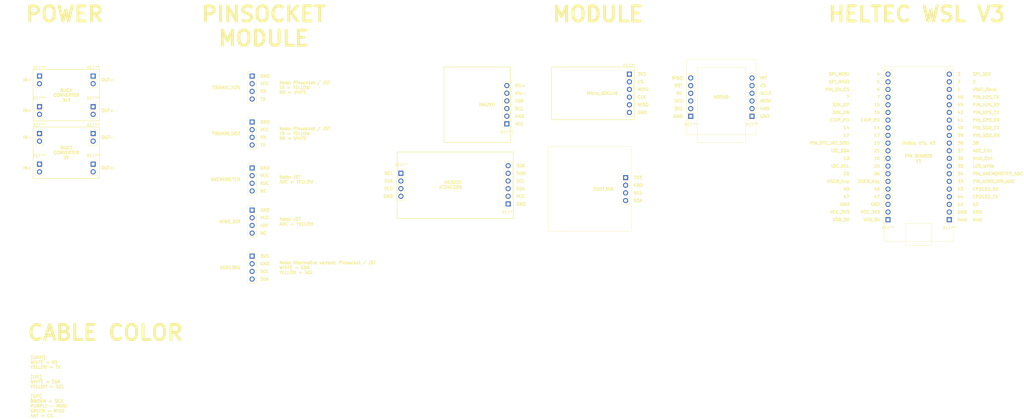
<source format=kicad_pcb>
(kicad_pcb (version 20241229) (generator "pcbnew") (generator_version "9.0")
  (layers (0 "F.Cu" signal) (2 "B.Cu" signal) (13 "F.Paste" user) (15 "B.Paste" user) (5 "F.SilkS" user "F.Silkscreen") (7 "B.SilkS" user "B.Silkscreen") (1 "F.Mask" user) (3 "B.Mask" user) (25 "Edge.Cuts" user))
  (net 0 "")
  (footprint "Connector_PinSocket_2.54mm:PinSocket_1x06_P2.54mm_Vertical" (layer "F.Cu") (at 94.615 140.31 180)
    (property "Reference" "REF**" (at 0 -2.77 0) (layer "F.SilkS"))
    (property "Value" "PinSocket_1x06_P2.54mm_Vertical")
    (fp_line (start 1.33 1.27) (end 1.33 14.03) (stroke (width 0.12)) (layer "F.SilkS") (net 60120000))
    (fp_line (start 1.33 -1.33) (end 1.33 0) (stroke (width 0.12)) (layer "F.SilkS") (net 60120000))
    (fp_line (start 0 -1.33) (end 1.33 -1.33) (stroke (width 0.12)) (layer "F.SilkS") (net 60120000))
    (fp_line (start -1.33 14.03) (end 1.33 14.03) (stroke (width 0.12)) (layer "F.SilkS") (net 60120000))
    (fp_line (start -1.33 1.27) (end 1.33 1.27) (stroke (width 0.12)) (layer "F.SilkS") (net 60120000))
    (fp_line (start -1.33 1.27) (end -1.33 14.03) (stroke (width 0.12)) (layer "F.SilkS") (net 60120000))
    (pad "1" thru_hole rect (at 0 0 180) (size 1.7 1.7) (drill 1) (layers "*.Cu" "*.Mask"))
    (pad "2" thru_hole circle (at 0 2.54 180) (size 1.7 1.7) (drill 1) (layers "*.Cu" "*.Mask"))
    (pad "3" thru_hole circle (at 0 5.08 180) (size 1.7 1.7) (drill 1) (layers "*.Cu" "*.Mask"))
    (pad "4" thru_hole circle (at 0 7.62 180) (size 1.7 1.7) (drill 1) (layers "*.Cu" "*.Mask"))
    (pad "5" thru_hole circle (at 0 10.16 180) (size 1.7 1.7) (drill 1) (layers "*.Cu" "*.Mask"))
    (pad "6" thru_hole circle (at 0 12.7 180) (size 1.7 1.7) (drill 1) (layers "*.Cu" "*.Mask"))
  )
  (footprint "Connector_PinSocket_2.54mm:PinSocket_1x20_P2.54mm_Vertical" (layer "F.Cu") (at 241.3 172.085 180)
    (property "Reference" "REF**" (at 0 -2.77 0) (layer "F.SilkS"))
    (property "Value" "PinSocket_1x20_P2.54mm_Vertical")
    (fp_line (start 1.33 1.27) (end 1.33 49.59) (stroke (width 0.12)) (layer "F.SilkS"))
    (fp_line (start 1.33 -1.33) (end 1.33 0) (stroke (width 0.12)) (layer "F.SilkS"))
    (fp_line (start 0 -1.33) (end 1.33 -1.33) (stroke (width 0.12)) (layer "F.SilkS"))
    (fp_line (start -1.33 49.59) (end 1.33 49.59) (stroke (width 0.12)) (layer "F.SilkS"))
    (fp_line (start -1.33 1.27) (end 1.33 1.27) (stroke (width 0.12)) (layer "F.SilkS"))
    (fp_line (start -1.33 1.27) (end -1.33 49.59) (stroke (width 0.12)) (layer "F.SilkS"))
    (pad "1" thru_hole rect (at 0 0 180) (size 1.7 1.7) (drill 1) (layers "*.Cu" "*.Mask"))
    (pad "2" thru_hole circle (at 0 2.54 180) (size 1.7 1.7) (drill 1) (layers "*.Cu" "*.Mask"))
    (pad "3" thru_hole circle (at 0 5.08 180) (size 1.7 1.7) (drill 1) (layers "*.Cu" "*.Mask"))
    (pad "4" thru_hole circle (at 0 7.62 180) (size 1.7 1.7) (drill 1) (layers "*.Cu" "*.Mask"))
    (pad "5" thru_hole circle (at 0 10.16 180) (size 1.7 1.7) (drill 1) (layers "*.Cu" "*.Mask"))
    (pad "6" thru_hole circle (at 0 12.7 180) (size 1.7 1.7) (drill 1) (layers "*.Cu" "*.Mask"))
    (pad "7" thru_hole circle (at 0 15.24 180) (size 1.7 1.7) (drill 1) (layers "*.Cu" "*.Mask"))
    (pad "8" thru_hole circle (at 0 17.78 180) (size 1.7 1.7) (drill 1) (layers "*.Cu" "*.Mask"))
    (pad "9" thru_hole circle (at 0 20.32 180) (size 1.7 1.7) (drill 1) (layers "*.Cu" "*.Mask"))
    (pad "10" thru_hole circle (at 0 22.86 180) (size 1.7 1.7) (drill 1) (layers "*.Cu" "*.Mask"))
    (pad "11" thru_hole circle (at 0 25.4 180) (size 1.7 1.7) (drill 1) (layers "*.Cu" "*.Mask"))
    (pad "12" thru_hole circle (at 0 27.94 180) (size 1.7 1.7) (drill 1) (layers "*.Cu" "*.Mask"))
    (pad "13" thru_hole circle (at 0 30.48 180) (size 1.7 1.7) (drill 1) (layers "*.Cu" "*.Mask"))
    (pad "14" thru_hole circle (at 0 33.02 180) (size 1.7 1.7) (drill 1) (layers "*.Cu" "*.Mask"))
    (pad "15" thru_hole circle (at 0 35.56 180) (size 1.7 1.7) (drill 1) (layers "*.Cu" "*.Mask"))
    (pad "16" thru_hole circle (at 0 38.1 180) (size 1.7 1.7) (drill 1) (layers "*.Cu" "*.Mask"))
    (pad "17" thru_hole circle (at 0 40.64 180) (size 1.7 1.7) (drill 1) (layers "*.Cu" "*.Mask"))
    (pad "18" thru_hole circle (at 0 43.18 180) (size 1.7 1.7) (drill 1) (layers "*.Cu" "*.Mask"))
    (pad "19" thru_hole circle (at 0 45.72 180) (size 1.7 1.7) (drill 1) (layers "*.Cu" "*.Mask"))
    (pad "20" thru_hole circle (at 0 48.26 180) (size 1.7 1.7) (drill 1) (layers "*.Cu" "*.Mask"))
  )
  (footprint "Connector_PinHeader_2.54mm:PinHeader_1x04_P2.54mm_Vertical" (layer "F.Cu") (at 10.16 154.94)
    (property "Reference" "REF**" (hide yes))
    (property "Value" "PinHeader_1x04_P2.54mm_Vertical")
    (fp_line (start -1.38 -1.38) (end 0 -1.38) (stroke (width 0.12)) (layer "F.SilkS"))
    (fp_line (start -1.38 0) (end -1.38 -1.38) (stroke (width 0.12)) (layer "F.SilkS"))
    (fp_line (start -1.38 1.27) (end -1.38 9) (stroke (width 0.12)) (layer "F.SilkS"))
    (fp_line (start -1.38 1.27) (end 1.38 1.27) (stroke (width 0.12)) (layer "F.SilkS"))
    (fp_line (start -1.38 9) (end 1.38 9) (stroke (width 0.12)) (layer "F.SilkS"))
    (fp_line (start 1.38 1.27) (end 1.38 9) (stroke (width 0.12)) (layer "F.SilkS"))
    (pad "1" thru_hole rect (at 0 0) (size 1.7 1.7) (drill 1) (layers "*.Cu" "*.Mask"))
    (pad "2" thru_hole circle (at 0 2.54) (size 1.7 1.7) (drill 1) (layers "*.Cu" "*.Mask"))
    (pad "3" thru_hole circle (at 0 5.08) (size 1.7 1.7) (drill 1) (layers "*.Cu" "*.Mask"))
    (pad "4" thru_hole circle (at 0 7.62) (size 1.7 1.7) (drill 1) (layers "*.Cu" "*.Mask"))
  )
  (footprint "Connector_PinSocket_2.54mm:PinSocket_1x20_P2.54mm_Vertical" (layer "F.Cu") (at 220.98 172.085 180)
    (property "Reference" "REF**" (at 0 -2.77 0) (layer "F.SilkS"))
    (property "Value" "PinSocket_1x20_P2.54mm_Vertical")
    (fp_line (start 1.33 1.27) (end 1.33 49.59) (stroke (width 0.12)) (layer "F.SilkS"))
    (fp_line (start 1.33 -1.33) (end 1.33 0) (stroke (width 0.12)) (layer "F.SilkS"))
    (fp_line (start 0 -1.33) (end 1.33 -1.33) (stroke (width 0.12)) (layer "F.SilkS"))
    (fp_line (start -1.33 49.59) (end 1.33 49.59) (stroke (width 0.12)) (layer "F.SilkS"))
    (fp_line (start -1.33 1.27) (end 1.33 1.27) (stroke (width 0.12)) (layer "F.SilkS"))
    (fp_line (start -1.33 1.27) (end -1.33 49.59) (stroke (width 0.12)) (layer "F.SilkS"))
    (pad "1" thru_hole rect (at 0 0 180) (size 1.7 1.7) (drill 1) (layers "*.Cu" "*.Mask"))
    (pad "2" thru_hole circle (at 0 2.54 180) (size 1.7 1.7) (drill 1) (layers "*.Cu" "*.Mask"))
    (pad "3" thru_hole circle (at 0 5.08 180) (size 1.7 1.7) (drill 1) (layers "*.Cu" "*.Mask"))
    (pad "4" thru_hole circle (at 0 7.62 180) (size 1.7 1.7) (drill 1) (layers "*.Cu" "*.Mask"))
    (pad "5" thru_hole circle (at 0 10.16 180) (size 1.7 1.7) (drill 1) (layers "*.Cu" "*.Mask"))
    (pad "6" thru_hole circle (at 0 12.7 180) (size 1.7 1.7) (drill 1) (layers "*.Cu" "*.Mask"))
    (pad "7" thru_hole circle (at 0 15.24 180) (size 1.7 1.7) (drill 1) (layers "*.Cu" "*.Mask"))
    (pad "8" thru_hole circle (at 0 17.78 180) (size 1.7 1.7) (drill 1) (layers "*.Cu" "*.Mask"))
    (pad "9" thru_hole circle (at 0 20.32 180) (size 1.7 1.7) (drill 1) (layers "*.Cu" "*.Mask"))
    (pad "10" thru_hole circle (at 0 22.86 180) (size 1.7 1.7) (drill 1) (layers "*.Cu" "*.Mask"))
    (pad "11" thru_hole circle (at 0 25.4 180) (size 1.7 1.7) (drill 1) (layers "*.Cu" "*.Mask"))
    (pad "12" thru_hole circle (at 0 27.94 180) (size 1.7 1.7) (drill 1) (layers "*.Cu" "*.Mask"))
    (pad "13" thru_hole circle (at 0 30.48 180) (size 1.7 1.7) (drill 1) (layers "*.Cu" "*.Mask"))
    (pad "14" thru_hole circle (at 0 33.02 180) (size 1.7 1.7) (drill 1) (layers "*.Cu" "*.Mask"))
    (pad "15" thru_hole circle (at 0 35.56 180) (size 1.7 1.7) (drill 1) (layers "*.Cu" "*.Mask"))
    (pad "16" thru_hole circle (at 0 38.1 180) (size 1.7 1.7) (drill 1) (layers "*.Cu" "*.Mask"))
    (pad "17" thru_hole circle (at 0 40.64 180) (size 1.7 1.7) (drill 1) (layers "*.Cu" "*.Mask"))
    (pad "18" thru_hole circle (at 0 43.18 180) (size 1.7 1.7) (drill 1) (layers "*.Cu" "*.Mask"))
    (pad "19" thru_hole circle (at 0 45.72 180) (size 1.7 1.7) (drill 1) (layers "*.Cu" "*.Mask"))
    (pad "20" thru_hole circle (at 0 48.26 180) (size 1.7 1.7) (drill 1) (layers "*.Cu" "*.Mask"))
  )
  (footprint "Connector_PinSocket_2.54mm:PinSocket_1x04_P2.54mm_Vertical" (layer "F.Cu") (at 59.485 156.705)
    (property "Reference" "REF**" (at 0 -2.77 0) (layer "F.SilkS"))
    (property "Value" "PinSocket_1x04_P2.54mm_Vertical")
    (fp_line (start -1.33 1.27) (end -1.33 8.95) (stroke (width 0.12)) (layer "F.SilkS"))
    (fp_line (start -1.33 1.27) (end 1.33 1.27) (stroke (width 0.12)) (layer "F.SilkS"))
    (fp_line (start -1.33 8.95) (end 1.33 8.95) (stroke (width 0.12)) (layer "F.SilkS"))
    (fp_line (start 0 -1.33) (end 1.33 -1.33) (stroke (width 0.12)) (layer "F.SilkS"))
    (fp_line (start 1.33 -1.33) (end 1.33 0) (stroke (width 0.12)) (layer "F.SilkS"))
    (fp_line (start 1.33 1.27) (end 1.33 8.95) (stroke (width 0.12)) (layer "F.SilkS"))
    (pad "1" thru_hole rect (at 0 0) (size 1.7 1.7) (drill 1) (layers "*.Cu" "*.Mask"))
    (pad "2" thru_hole circle (at 0 2.54) (size 1.7 1.7) (drill 1) (layers "*.Cu" "*.Mask"))
    (pad "3" thru_hole circle (at 0 5.08) (size 1.7 1.7) (drill 1) (layers "*.Cu" "*.Mask"))
    (pad "4" thru_hole circle (at 0 7.62) (size 1.7 1.7) (drill 1) (layers "*.Cu" "*.Mask"))
  )
  (footprint "Connector_PinSocket_2.54mm:PinSocket_1x06_P2.54mm_Vertical" (layer "F.Cu") (at 135.255 123.825)
    (property "Reference" "REF**" (at 0 -2.77 0) (layer "F.SilkS"))
    (property "Value" "PinSocket_1x06_P2.54mm_Vertical")
    (fp_line (start -1.33 1.27) (end -1.33 14.03) (stroke (width 0.12)) (layer "F.SilkS"))
    (fp_line (start -1.33 1.27) (end 1.33 1.27) (stroke (width 0.12)) (layer "F.SilkS"))
    (fp_line (start -1.33 14.03) (end 1.33 14.03) (stroke (width 0.12)) (layer "F.SilkS"))
    (fp_line (start 0 -1.33) (end 1.33 -1.33) (stroke (width 0.12)) (layer "F.SilkS"))
    (fp_line (start 1.33 -1.33) (end 1.33 0) (stroke (width 0.12)) (layer "F.SilkS"))
    (fp_line (start 1.33 1.27) (end 1.33 14.03) (stroke (width 0.12)) (layer "F.SilkS"))
    (pad "1" thru_hole rect (at 0 0) (size 1.7 1.7) (drill 1) (layers "*.Cu" "*.Mask"))
    (pad "2" thru_hole circle (at 0 2.54) (size 1.7 1.7) (drill 1) (layers "*.Cu" "*.Mask"))
    (pad "3" thru_hole circle (at 0 5.08) (size 1.7 1.7) (drill 1) (layers "*.Cu" "*.Mask"))
    (pad "4" thru_hole circle (at 0 7.62) (size 1.7 1.7) (drill 1) (layers "*.Cu" "*.Mask"))
    (pad "5" thru_hole circle (at 0 10.16) (size 1.7 1.7) (drill 1) (layers "*.Cu" "*.Mask"))
    (pad "6" thru_hole circle (at 0 12.7) (size 1.7 1.7) (drill 1) (layers "*.Cu" "*.Mask"))
  )
  (footprint "Connector_PinSocket_2.54mm:PinSocket_1x06_P2.54mm_Vertical" (layer "F.Cu") (at 95.045 166.865 180)
    (property "Reference" "REF**" (at 0 -2.77 0) (layer "F.SilkS"))
    (property "Value" "PinSocket_1x06_P2.54mm_Vertical")
    (fp_line (start 1.33 1.27) (end 1.33 14.03) (stroke (width 0.12)) (layer "F.SilkS") (net 50))
    (fp_line (start 1.33 -1.33) (end 1.33 0) (stroke (width 0.12)) (layer "F.SilkS") (net 50))
    (fp_line (start 0 -1.33) (end 1.33 -1.33) (stroke (width 0.12)) (layer "F.SilkS") (net 50))
    (fp_line (start -1.33 14.03) (end 1.33 14.03) (stroke (width 0.12)) (layer "F.SilkS") (net 50))
    (fp_line (start -1.33 1.27) (end 1.33 1.27) (stroke (width 0.12)) (layer "F.SilkS") (net 50))
    (fp_line (start -1.33 1.27) (end -1.33 14.03) (stroke (width 0.12)) (layer "F.SilkS") (net 50))
    (pad "1" thru_hole rect (at 0 0 180) (size 1.7 1.7) (drill 1) (layers "*.Cu" "*.Mask"))
    (pad "2" thru_hole circle (at 0 2.54 180) (size 1.7 1.7) (drill 1) (layers "*.Cu" "*.Mask"))
    (pad "3" thru_hole circle (at 0 5.08 180) (size 1.7 1.7) (drill 1) (layers "*.Cu" "*.Mask"))
    (pad "4" thru_hole circle (at 0 7.62 180) (size 1.7 1.7) (drill 1) (layers "*.Cu" "*.Mask"))
    (pad "5" thru_hole circle (at 0 10.16 180) (size 1.7 1.7) (drill 1) (layers "*.Cu" "*.Mask"))
    (pad "6" thru_hole circle (at 0 12.7 180) (size 1.7 1.7) (drill 1) (layers "*.Cu" "*.Mask"))
  )
  (footprint "Connector_PinHeader_2.54mm:PinHeader_1x04_P2.54mm_Vertical" (layer "F.Cu") (at 10.16 139.7)
    (property "Reference" "REF**" (hide yes))
    (property "Value" "PinHeader_1x04_P2.54mm_Vertical")
    (fp_line (start -1.38 -1.38) (end 0 -1.38) (stroke (width 0.12)) (layer "F.SilkS"))
    (fp_line (start -1.38 0) (end -1.38 -1.38) (stroke (width 0.12)) (layer "F.SilkS"))
    (fp_line (start -1.38 1.27) (end -1.38 9) (stroke (width 0.12)) (layer "F.SilkS"))
    (fp_line (start -1.38 1.27) (end 1.38 1.27) (stroke (width 0.12)) (layer "F.SilkS"))
    (fp_line (start -1.38 9) (end 1.38 9) (stroke (width 0.12)) (layer "F.SilkS"))
    (fp_line (start 1.38 1.27) (end 1.38 9) (stroke (width 0.12)) (layer "F.SilkS"))
    (pad "1" thru_hole rect (at 0 0) (size 1.7 1.7) (drill 1) (layers "*.Cu" "*.Mask"))
    (pad "2" thru_hole circle (at 0 2.54) (size 1.7 1.7) (drill 1) (layers "*.Cu" "*.Mask"))
    (pad "3" thru_hole circle (at 0 5.08) (size 1.7 1.7) (drill 1) (layers "*.Cu" "*.Mask"))
    (pad "4" thru_hole circle (at 0 7.62) (size 1.7 1.7) (drill 1) (layers "*.Cu" "*.Mask"))
  )
  (footprint "Connector_PinSocket_2.54mm:PinSocket_1x02_P2.54mm_Vertical" (layer "F.Cu") (at -42.545 153.67)
    (property "Reference" "REF**" (at 0 -2.77 0) (layer "F.SilkS"))
    (property "Value" "PinSocket_1x02_P2.54mm_Vertical")
    (fp_line (start -1.33 1.27) (end -1.33 3.87) (stroke (width 0.12)) (layer "F.SilkS") (net 13))
    (fp_line (start -1.33 1.27) (end 1.33 1.27) (stroke (width 0.12)) (layer "F.SilkS") (net 13))
    (fp_line (start -1.33 3.87) (end 1.33 3.87) (stroke (width 0.12)) (layer "F.SilkS") (net 13))
    (fp_line (start 0 -1.33) (end 1.33 -1.33) (stroke (width 0.12)) (layer "F.SilkS") (net 13))
    (fp_line (start 1.33 -1.33) (end 1.33 0) (stroke (width 0.12)) (layer "F.SilkS") (net 13))
    (fp_line (start 1.33 1.27) (end 1.33 3.87) (stroke (width 0.12)) (layer "F.SilkS") (net 13))
    (pad "1" thru_hole rect (at 0 0) (size 1.7 1.7) (drill 1) (layers "*.Cu" "*.Mask"))
    (pad "2" thru_hole circle (at 0 2.54) (size 1.7 1.7) (drill 1) (layers "*.Cu" "*.Mask"))
  )
  (footprint "Connector_PinSocket_2.54mm:PinSocket_1x02_P2.54mm_Vertical" (layer "F.Cu") (at -60.325 134.62)
    (property "Reference" "REF**" (at 0 -2.77 0) (layer "F.SilkS"))
    (property "Value" "PinSocket_1x02_P2.54mm_Vertical")
    (fp_line (start -1.33 1.27) (end -1.33 3.87) (stroke (width 0.12)) (layer "F.SilkS"))
    (fp_line (start -1.33 1.27) (end 1.33 1.27) (stroke (width 0.12)) (layer "F.SilkS"))
    (fp_line (start -1.33 3.87) (end 1.33 3.87) (stroke (width 0.12)) (layer "F.SilkS"))
    (fp_line (start 0 -1.33) (end 1.33 -1.33) (stroke (width 0.12)) (layer "F.SilkS"))
    (fp_line (start 1.33 -1.33) (end 1.33 0) (stroke (width 0.12)) (layer "F.SilkS"))
    (fp_line (start 1.33 1.27) (end 1.33 3.87) (stroke (width 0.12)) (layer "F.SilkS"))
    (pad "1" thru_hole rect (at 0 0) (size 1.7 1.7) (drill 1) (layers "*.Cu" "*.Mask"))
    (pad "2" thru_hole circle (at 0 2.54) (size 1.7 1.7) (drill 1) (layers "*.Cu" "*.Mask"))
  )
  (footprint "Connector_PinSocket_2.54mm:PinSocket_1x02_P2.54mm_Vertical" (layer "F.Cu") (at -60.325 124.46)
    (property "Reference" "REF**" (at 0 -2.77 0) (layer "F.SilkS"))
    (property "Value" "PinSocket_1x02_P2.54mm_Vertical")
    (fp_line (start -1.33 1.27) (end -1.33 3.87) (stroke (width 0.12)) (layer "F.SilkS"))
    (fp_line (start -1.33 1.27) (end 1.33 1.27) (stroke (width 0.12)) (layer "F.SilkS"))
    (fp_line (start -1.33 3.87) (end 1.33 3.87) (stroke (width 0.12)) (layer "F.SilkS"))
    (fp_line (start 0 -1.33) (end 1.33 -1.33) (stroke (width 0.12)) (layer "F.SilkS"))
    (fp_line (start 1.33 -1.33) (end 1.33 0) (stroke (width 0.12)) (layer "F.SilkS"))
    (fp_line (start 1.33 1.27) (end 1.33 3.87) (stroke (width 0.12)) (layer "F.SilkS"))
    (pad "1" thru_hole rect (at 0 0) (size 1.7 1.7) (drill 1) (layers "*.Cu" "*.Mask"))
    (pad "2" thru_hole circle (at 0 2.54) (size 1.7 1.7) (drill 1) (layers "*.Cu" "*.Mask"))
  )
  (footprint "Connector_PinSocket_2.54mm:PinSocket_1x02_P2.54mm_Vertical" (layer "F.Cu") (at -42.545 143.51)
    (property "Reference" "REF**" (at 0 -2.77 0) (layer "F.SilkS"))
    (property "Value" "PinSocket_1x02_P2.54mm_Vertical")
    (fp_line (start -1.33 1.27) (end -1.33 3.87) (stroke (width 0.12)) (layer "F.SilkS") (net 13))
    (fp_line (start -1.33 1.27) (end 1.33 1.27) (stroke (width 0.12)) (layer "F.SilkS") (net 13))
    (fp_line (start -1.33 3.87) (end 1.33 3.87) (stroke (width 0.12)) (layer "F.SilkS") (net 13))
    (fp_line (start 0 -1.33) (end 1.33 -1.33) (stroke (width 0.12)) (layer "F.SilkS") (net 13))
    (fp_line (start 1.33 -1.33) (end 1.33 0) (stroke (width 0.12)) (layer "F.SilkS") (net 13))
    (fp_line (start 1.33 1.27) (end 1.33 3.87) (stroke (width 0.12)) (layer "F.SilkS") (net 13))
    (pad "1" thru_hole rect (at 0 0) (size 1.7 1.7) (drill 1) (layers "*.Cu" "*.Mask"))
    (pad "2" thru_hole circle (at 0 2.54) (size 1.7 1.7) (drill 1) (layers "*.Cu" "*.Mask"))
  )
  (footprint "Connector_PinHeader_2.54mm:PinHeader_1x04_P2.54mm_Vertical" (layer "F.Cu") (at 133.985 158.115)
    (property "Reference" "REF**" (hide yes))
    (property "Value" "PinHeader_1x04_P2.54mm_Vertical")
    (fp_line (start -1.38 -1.38) (end 0 -1.38) (stroke (width 0.12)) (layer "F.SilkS"))
    (fp_line (start -1.38 0) (end -1.38 -1.38) (stroke (width 0.12)) (layer "F.SilkS"))
    (fp_line (start -1.38 1.27) (end -1.38 9) (stroke (width 0.12)) (layer "F.SilkS"))
    (fp_line (start -1.38 1.27) (end 1.38 1.27) (stroke (width 0.12)) (layer "F.SilkS"))
    (fp_line (start -1.38 9) (end 1.38 9) (stroke (width 0.12)) (layer "F.SilkS"))
    (fp_line (start 1.38 1.27) (end 1.38 9) (stroke (width 0.12)) (layer "F.SilkS"))
    (pad "1" thru_hole rect (at 0 0) (size 1.7 1.7) (drill 1) (layers "*.Cu" "*.Mask"))
    (pad "2" thru_hole circle (at 0 2.54) (size 1.7 1.7) (drill 1) (layers "*.Cu" "*.Mask"))
    (pad "3" thru_hole circle (at 0 5.08) (size 1.7 1.7) (drill 1) (layers "*.Cu" "*.Mask"))
    (pad "4" thru_hole circle (at 0 7.62) (size 1.7 1.7) (drill 1) (layers "*.Cu" "*.Mask"))
  )
  (footprint "Connector_PinHeader_2.54mm:PinHeader_1x04_P2.54mm_Vertical" (layer "F.Cu") (at 10.16 124.46)
    (property "Reference" "REF**" (hide yes))
    (property "Value" "PinHeader_1x04_P2.54mm_Vertical")
    (fp_line (start -1.38 -1.38) (end 0 -1.38) (stroke (width 0.12)) (layer "F.SilkS"))
    (fp_line (start -1.38 0) (end -1.38 -1.38) (stroke (width 0.12)) (layer "F.SilkS"))
    (fp_line (start -1.38 1.27) (end -1.38 9) (stroke (width 0.12)) (layer "F.SilkS"))
    (fp_line (start -1.38 1.27) (end 1.38 1.27) (stroke (width 0.12)) (layer "F.SilkS"))
    (fp_line (start -1.38 9) (end 1.38 9) (stroke (width 0.12)) (layer "F.SilkS"))
    (fp_line (start 1.38 1.27) (end 1.38 9) (stroke (width 0.12)) (layer "F.SilkS"))
    (pad "1" thru_hole rect (at 0 0) (size 1.7 1.7) (drill 1) (layers "*.Cu" "*.Mask"))
    (pad "2" thru_hole circle (at 0 2.54) (size 1.7 1.7) (drill 1) (layers "*.Cu" "*.Mask"))
    (pad "3" thru_hole circle (at 0 5.08) (size 1.7 1.7) (drill 1) (layers "*.Cu" "*.Mask"))
    (pad "4" thru_hole circle (at 0 7.62) (size 1.7 1.7) (drill 1) (layers "*.Cu" "*.Mask"))
  )
  (footprint "Connector_PinSocket_2.54mm:PinSocket_1x02_P2.54mm_Vertical" (layer "F.Cu") (at -42.545 134.62)
    (property "Reference" "REF**" (at 0 -2.77 0) (layer "F.SilkS"))
    (property "Value" "PinSocket_1x02_P2.54mm_Vertical")
    (fp_line (start -1.33 1.27) (end -1.33 3.87) (stroke (width 0.12)) (layer "F.SilkS") (net 13))
    (fp_line (start -1.33 1.27) (end 1.33 1.27) (stroke (width 0.12)) (layer "F.SilkS") (net 13))
    (fp_line (start -1.33 3.87) (end 1.33 3.87) (stroke (width 0.12)) (layer "F.SilkS") (net 13))
    (fp_line (start 0 -1.33) (end 1.33 -1.33) (stroke (width 0.12)) (layer "F.SilkS") (net 13))
    (fp_line (start 1.33 -1.33) (end 1.33 0) (stroke (width 0.12)) (layer "F.SilkS") (net 13))
    (fp_line (start 1.33 1.27) (end 1.33 3.87) (stroke (width 0.12)) (layer "F.SilkS") (net 13))
    (pad "1" thru_hole rect (at 0 0) (size 1.7 1.7) (drill 1) (layers "*.Cu" "*.Mask"))
    (pad "2" thru_hole circle (at 0 2.54) (size 1.7 1.7) (drill 1) (layers "*.Cu" "*.Mask"))
  )
  (footprint "Connector_PinSocket_2.54mm:PinSocket_1x02_P2.54mm_Vertical" (layer "F.Cu") (at -42.545 124.46)
    (property "Reference" "REF**" (at 0 -2.77 0) (layer "F.SilkS"))
    (property "Value" "PinSocket_1x02_P2.54mm_Vertical")
    (fp_line (start -1.33 1.27) (end -1.33 3.87) (stroke (width 0.12)) (layer "F.SilkS") (net 13))
    (fp_line (start -1.33 1.27) (end 1.33 1.27) (stroke (width 0.12)) (layer "F.SilkS") (net 13))
    (fp_line (start -1.33 3.87) (end 1.33 3.87) (stroke (width 0.12)) (layer "F.SilkS") (net 13))
    (fp_line (start 0 -1.33) (end 1.33 -1.33) (stroke (width 0.12)) (layer "F.SilkS") (net 13))
    (fp_line (start 1.33 -1.33) (end 1.33 0) (stroke (width 0.12)) (layer "F.SilkS") (net 13))
    (fp_line (start 1.33 1.27) (end 1.33 3.87) (stroke (width 0.12)) (layer "F.SilkS") (net 13))
    (pad "1" thru_hole rect (at 0 0) (size 1.7 1.7) (drill 1) (layers "*.Cu" "*.Mask"))
    (pad "2" thru_hole circle (at 0 2.54) (size 1.7 1.7) (drill 1) (layers "*.Cu" "*.Mask"))
  )
  (footprint "Connector_PinSocket_2.54mm:PinSocket_1x02_P2.54mm_Vertical" (layer "F.Cu") (at -60.325 143.51)
    (property "Reference" "REF**" (at 0 -2.77 0) (layer "F.SilkS"))
    (property "Value" "PinSocket_1x02_P2.54mm_Vertical")
    (fp_line (start -1.33 1.27) (end -1.33 3.87) (stroke (width 0.12)) (layer "F.SilkS") (net 13))
    (fp_line (start -1.33 1.27) (end 1.33 1.27) (stroke (width 0.12)) (layer "F.SilkS") (net 13))
    (fp_line (start -1.33 3.87) (end 1.33 3.87) (stroke (width 0.12)) (layer "F.SilkS") (net 13))
    (fp_line (start 0 -1.33) (end 1.33 -1.33) (stroke (width 0.12)) (layer "F.SilkS") (net 13))
    (fp_line (start 1.33 -1.33) (end 1.33 0) (stroke (width 0.12)) (layer "F.SilkS") (net 13))
    (fp_line (start 1.33 1.27) (end 1.33 3.87) (stroke (width 0.12)) (layer "F.SilkS") (net 13))
    (pad "1" thru_hole rect (at 0 0) (size 1.7 1.7) (drill 1) (layers "*.Cu" "*.Mask"))
    (pad "2" thru_hole circle (at 0 2.54) (size 1.7 1.7) (drill 1) (layers "*.Cu" "*.Mask"))
  )
  (footprint "Connector_PinSocket_2.54mm:PinSocket_1x06_P2.54mm_Vertical" (layer "F.Cu") (at 175.895 137.795 180)
    (property "Reference" "REF**" (at 0 -2.77 0) (layer "F.SilkS"))
    (property "Value" "PinSocket_1x06_P2.54mm_Vertical")
    (fp_line (start 1.33 1.27) (end 1.33 14.03) (stroke (width 0.12)) (layer "F.SilkS"))
    (fp_line (start 1.33 -1.33) (end 1.33 0) (stroke (width 0.12)) (layer "F.SilkS"))
    (fp_line (start 0 -1.33) (end 1.33 -1.33) (stroke (width 0.12)) (layer "F.SilkS"))
    (fp_line (start -1.33 14.03) (end 1.33 14.03) (stroke (width 0.12)) (layer "F.SilkS"))
    (fp_line (start -1.33 1.27) (end 1.33 1.27) (stroke (width 0.12)) (layer "F.SilkS"))
    (fp_line (start -1.33 1.27) (end -1.33 14.03) (stroke (width 0.12)) (layer "F.SilkS"))
    (pad "1" thru_hole rect (at 0 0 180) (size 1.7 1.7) (drill 1) (layers "*.Cu" "*.Mask"))
    (pad "2" thru_hole circle (at 0 2.54 180) (size 1.7 1.7) (drill 1) (layers "*.Cu" "*.Mask"))
    (pad "3" thru_hole circle (at 0 5.08 180) (size 1.7 1.7) (drill 1) (layers "*.Cu" "*.Mask"))
    (pad "4" thru_hole circle (at 0 7.62 180) (size 1.7 1.7) (drill 1) (layers "*.Cu" "*.Mask"))
    (pad "5" thru_hole circle (at 0 10.16 180) (size 1.7 1.7) (drill 1) (layers "*.Cu" "*.Mask"))
    (pad "6" thru_hole circle (at 0 12.7 180) (size 1.7 1.7) (drill 1) (layers "*.Cu" "*.Mask"))
  )
  (footprint "Connector_PinHeader_2.54mm:PinHeader_1x04_P2.54mm_Vertical" (layer "F.Cu") (at 10.16 184.15)
    (property "Reference" "REF**" (hide yes))
    (property "Value" "PinHeader_1x04_P2.54mm_Vertical")
    (fp_line (start -1.38 -1.38) (end 0 -1.38) (stroke (width 0.12)) (layer "F.SilkS") (net 1918988130))
    (fp_line (start -1.38 0) (end -1.38 -1.38) (stroke (width 0.12)) (layer "F.SilkS") (net 1918988130))
    (fp_line (start -1.38 1.27) (end -1.38 9) (stroke (width 0.12)) (layer "F.SilkS") (net 1918988130))
    (fp_line (start -1.38 1.27) (end 1.38 1.27) (stroke (width 0.12)) (layer "F.SilkS") (net 1918988130))
    (fp_line (start -1.38 9) (end 1.38 9) (stroke (width 0.12)) (layer "F.SilkS") (net 1918988130))
    (fp_line (start 1.38 1.27) (end 1.38 9) (stroke (width 0.12)) (layer "F.SilkS") (net 1918988130))
    (pad "1" thru_hole rect (at 0 0) (size 1.7 1.7) (drill 1) (layers "*.Cu" "*.Mask"))
    (pad "2" thru_hole circle (at 0 2.54) (size 1.7 1.7) (drill 1) (layers "*.Cu" "*.Mask"))
    (pad "3" thru_hole circle (at 0 5.08) (size 1.7 1.7) (drill 1) (layers "*.Cu" "*.Mask"))
    (pad "4" thru_hole circle (at 0 7.62) (size 1.7 1.7) (drill 1) (layers "*.Cu" "*.Mask"))
  )
  (footprint "Connector_PinHeader_2.54mm:PinHeader_1x04_P2.54mm_Vertical" (layer "F.Cu") (at 10.16 168.91)
    (property "Reference" "REF**" (hide yes))
    (property "Value" "PinHeader_1x04_P2.54mm_Vertical")
    (fp_line (start -1.38 -1.38) (end 0 -1.38) (stroke (width 0.12)) (layer "F.SilkS"))
    (fp_line (start -1.38 0) (end -1.38 -1.38) (stroke (width 0.12)) (layer "F.SilkS"))
    (fp_line (start -1.38 1.27) (end -1.38 9) (stroke (width 0.12)) (layer "F.SilkS"))
    (fp_line (start -1.38 1.27) (end 1.38 1.27) (stroke (width 0.12)) (layer "F.SilkS"))
    (fp_line (start -1.38 9) (end 1.38 9) (stroke (width 0.12)) (layer "F.SilkS"))
    (fp_line (start 1.38 1.27) (end 1.38 9) (stroke (width 0.12)) (layer "F.SilkS"))
    (pad "1" thru_hole rect (at 0 0) (size 1.7 1.7) (drill 1) (layers "*.Cu" "*.Mask"))
    (pad "2" thru_hole circle (at 0 2.54) (size 1.7 1.7) (drill 1) (layers "*.Cu" "*.Mask"))
    (pad "3" thru_hole circle (at 0 5.08) (size 1.7 1.7) (drill 1) (layers "*.Cu" "*.Mask"))
    (pad "4" thru_hole circle (at 0 7.62) (size 1.7 1.7) (drill 1) (layers "*.Cu" "*.Mask"))
  )
  (footprint "Connector_PinSocket_2.54mm:PinSocket_1x06_P2.54mm_Vertical" (layer "F.Cu") (at 155.575 137.795 180)
    (property "Reference" "REF**" (at 0 -2.77 0) (layer "F.SilkS"))
    (property "Value" "PinSocket_1x06_P2.54mm_Vertical")
    (fp_line (start 1.33 1.27) (end 1.33 14.03) (stroke (width 0.12)) (layer "F.SilkS"))
    (fp_line (start 1.33 -1.33) (end 1.33 0) (stroke (width 0.12)) (layer "F.SilkS"))
    (fp_line (start 0 -1.33) (end 1.33 -1.33) (stroke (width 0.12)) (layer "F.SilkS"))
    (fp_line (start -1.33 14.03) (end 1.33 14.03) (stroke (width 0.12)) (layer "F.SilkS"))
    (fp_line (start -1.33 1.27) (end 1.33 1.27) (stroke (width 0.12)) (layer "F.SilkS"))
    (fp_line (start -1.33 1.27) (end -1.33 14.03) (stroke (width 0.12)) (layer "F.SilkS"))
    (pad "1" thru_hole rect (at 0 0 180) (size 1.7 1.7) (drill 1) (layers "*.Cu" "*.Mask"))
    (pad "2" thru_hole circle (at 0 2.54 180) (size 1.7 1.7) (drill 1) (layers "*.Cu" "*.Mask"))
    (pad "3" thru_hole circle (at 0 5.08 180) (size 1.7 1.7) (drill 1) (layers "*.Cu" "*.Mask"))
    (pad "4" thru_hole circle (at 0 7.62 180) (size 1.7 1.7) (drill 1) (layers "*.Cu" "*.Mask"))
    (pad "5" thru_hole circle (at 0 10.16 180) (size 1.7 1.7) (drill 1) (layers "*.Cu" "*.Mask"))
    (pad "6" thru_hole circle (at 0 12.7 180) (size 1.7 1.7) (drill 1) (layers "*.Cu" "*.Mask"))
  )
  (footprint "Connector_PinSocket_2.54mm:PinSocket_1x02_P2.54mm_Vertical" (layer "F.Cu") (at -60.325 153.67)
    (property "Reference" "REF**" (at 0 -2.77 0) (layer "F.SilkS"))
    (property "Value" "PinSocket_1x02_P2.54mm_Vertical")
    (fp_line (start -1.33 1.27) (end -1.33 3.87) (stroke (width 0.12)) (layer "F.SilkS") (net 13))
    (fp_line (start -1.33 1.27) (end 1.33 1.27) (stroke (width 0.12)) (layer "F.SilkS") (net 13))
    (fp_line (start -1.33 3.87) (end 1.33 3.87) (stroke (width 0.12)) (layer "F.SilkS") (net 13))
    (fp_line (start 0 -1.33) (end 1.33 -1.33) (stroke (width 0.12)) (layer "F.SilkS") (net 13))
    (fp_line (start 1.33 -1.33) (end 1.33 0) (stroke (width 0.12)) (layer "F.SilkS") (net 13))
    (fp_line (start 1.33 1.27) (end 1.33 3.87) (stroke (width 0.12)) (layer "F.SilkS") (net 13))
    (pad "1" thru_hole rect (at 0 0) (size 1.7 1.7) (drill 1) (layers "*.Cu" "*.Mask"))
    (pad "2" thru_hole circle (at 0 2.54) (size 1.7 1.7) (drill 1) (layers "*.Cu" "*.Mask"))
  )
  (gr_rect (start 58.27 149.655) (end 96.77 171.655) (stroke (width 0.2)) (fill no) (layer "F.SilkS"))
  (gr_rect (start 226.79 173.355) (end 235.49 180.655) (stroke (width 0.1)) (fill no) (layer "F.SilkS"))
  (gr_rect (start -62.435 122.31) (end -40.435 139.31) (stroke (width 0.2)) (fill no) (layer "F.SilkS"))
  (gr_rect (start -62.435 141.36) (end -40.435 158.36) (stroke (width 0.2)) (fill no) (layer "F.SilkS"))
  (gr_rect (start 73.755 121.46) (end 95.755 146.46) (stroke (width 0.2)) (fill no) (layer "F.SilkS"))
  (gr_rect (start 154.235 118.945) (end 177.235 143.945) (stroke (width 0.1)) (fill no) (layer "F.SilkS"))
  (gr_rect (start 157.735 121.485) (end 173.735 146.485) (stroke (width 0.1)) (fill no) (layer "F.SilkS"))
  (gr_rect (start 109.43 121.425) (end 136.93 138.925) (stroke (width 0.2)) (fill no) (layer "F.SilkS"))
  (gr_rect (start 219.735572 121.305) (end 242.57 179.305) (stroke (width 0.1)) (fill no) (layer "F.SilkS"))
  (gr_rect (start 108.29 147.925) (end 135.89 175.925) (stroke (width 0.1)) (fill no) (layer "F.SilkS"))
  (gr_text "GND" (at 218.44 167.005 0) (layer "F.SilkS") (effects (font (size 1 1) (thickness 0.25) (bold yes)) (justify right)))
  (gr_text "GND" (at 136.525 160.655 0) (layer "F.SilkS") (effects (font (size 1 1) (thickness 0.25) (bold yes)) (justify left)))
  (gr_text "26" (at 218.44 156.845 0) (layer "F.SilkS") (effects (font (size 1 1) (thickness 0.25) (bold yes)) (justify right)))
  (gr_text "MISO" (at 153.035 125.095 0) (layer "F.SilkS") (effects (font (size 1 1) (thickness 0.25) (bold yes)) (justify right)))
  (gr_text "Note: Pinsocket / JST\nTX = YELLOW\nRX = WHITE" (at 19.05 143.51 0) (layer "F.SilkS") (effects (font (size 1 1) (thickness 0.25) (bold yes)) (justify left)))
  (gr_text "GND" (at 12.7 139.7 0) (layer "F.SilkS") (effects (font (size 1 1) (thickness 0.25) (bold yes)) (justify left)))
  (gr_text "SCL" (at 12.7 189.23 0) (layer "F.SilkS") (effects (font (size 1 1) (thickness 0.25) (bold yes)) (justify left)))
  (gr_text "Micro_SDCard" (at 131.445 130.15 0) (layer "F.SilkS") (effects (font (size 1 1) (thickness 0.25) (bold yes)) (justify right)))
  (gr_text "7" (at 208.28 131.445 0) (layer "F.SilkS") (effects (font (size 1 1) (thickness 0.25) (bold yes)) (justify right)))
  (gr_text "MOSI" (at 137.795 128.905 0) (layer "F.SilkS") (effects (font (size 1 1) (thickness 0.25) (bold yes)) (justify left)))
  (gr_text "3V3" (at 153.035 135.255 0) (layer "F.SilkS") (effects (font (size 1 1) (thickness 0.25) (bold yes)) (justify right)))
  (gr_text "GND" (at 208.28 167.005 0) (layer "F.SilkS") (effects (font (size 1 1) (thickness 0.25) (bold yes)) (justify right)))
  (gr_text "VCC" (at 56.945 161.785 0) (layer "F.SilkS") (effects (font (size 1 1) (thickness 0.25) (bold yes)) (justify right)))
  (gr_text "CS" (at 137.795 126.365 0) (layer "F.SilkS") (effects (font (size 1 1) (thickness 0.25) (bold yes)) (justify left)))
  (gr_text "VCC" (at 97.585 164.35 0) (layer "F.SilkS") (effects (font (size 1 1) (thickness 0.25) (bold yes)) (justify left)))
  (gr_text "GND" (at 12.7 186.69 0) (layer "F.SilkS") (effects (font (size 1 1) (thickness 0.25) (bold yes)) (justify left)))
  (gr_text "Vin+" (at 97.155 127.635 0) (layer "F.SilkS") (effects (font (size 1 1) (thickness 0.25) (bold yes)) (justify left)))
  (gr_text "34" (at 243.84 156.845 0) (layer "F.SilkS") (effects (font (size 1 1) (thickness 0.25) (bold yes)) (justify left)))
  (gr_text "12" (at 243.84 167.005 0) (layer "F.SilkS") (effects (font (size 1 1) (thickness 0.25) (bold yes)) (justify left)))
  (gr_text "38" (at 248.92 146.685 0) (layer "F.SilkS") (effects (font (size 1 1) (thickness 0.25) (bold yes)) (justify left)))
  (gr_text "PIN_H2S_TX" (at 248.92 131.445 0) (layer "F.SilkS") (effects (font (size 1 1) (thickness 0.25) (bold yes)) (justify left)))
  (gr_text "HELTEC WSL V3" (at 200.66 103.92514 0) (layer "F.SilkS") (effects (font (size 5 5) (thickness 1) (bold yes)) (justify left)))
  (gr_text "1" (at 243.84 128.905 0) (layer "F.SilkS") (effects (font (size 1 1) (thickness 0.25) (bold yes)) (justify left)))
  (gr_text "GND" (at 243.84 169.545 0) (layer "F.SilkS") (effects (font (size 1 1) (thickness 0.25) (bold yes)) (justify left)))
  (gr_text "37" (at 243.84 149.225 0) (layer "F.SilkS") (effects (font (size 1 1) (thickness 0.25) (bold yes)) (justify left)))
  (gr_text "VCC" (at 12.7 157.48 0) (layer "F.SilkS") (effects (font (size 1 1) (thickness 0.25) (bold yes)) (justify left)))
  (gr_text "Vext" (at 248.92 172.085 0) (layer "F.SilkS") (effects (font (size 1 1) (thickness 0.25) (bold yes)) (justify left)))
  (gr_text "GND" (at 248.92 169.545 0) (layer "F.SilkS") (effects (font (size 1 1) (thickness 0.25) (bold yes)) (justify left)))
  (gr_text "SPI_SCK" (at 248.92 123.825 0) (layer "F.SilkS") (effects (font (size 1 1) (thickness 0.25) (bold yes)) (justify left)))
  (gr_text "48" (at 218.44 161.925 0) (layer "F.SilkS") (effects (font (size 1 1) (thickness 0.25) (bold yes)) (justify right)))
  (gr_text "44" (at 243.84 164.465 0) (layer "F.SilkS") (effects (font (size 1 1) (thickness 0.25) (bold yes)) (justify left)))
  (gr_text "GND" (at 12.7 124.46 0) (layer "F.SilkS") (effects (font (size 1 1) (thickness 0.25) (bold yes)) (justify left)))
  (gr_text "SDA" (at 136.525 165.735 0) (layer "F.SilkS") (effects (font (size 1 1) (thickness 0.25) (bold yes)) (justify left)))
  (gr_text "SDA" (at 56.945 159.245 0) (layer "F.SilkS") (effects (font (size 1 1) (thickness 0.25) (bold yes)) (justify right)))
  (gr_text "GND" (at 97.585 166.89 0) (layer "F.SilkS") (effects (font (size 1 1) (thickness 0.25) (bold yes)) (justify left)))
  (gr_text "17" (at 218.44 144.145 0) (layer "F.SilkS") (effects (font (size 1 1) (thickness 0.25) (bold yes)) (justify right)))
  (gr_text "MOSI" (at 178.435 132.715 0) (layer "F.SilkS") (effects (font (size 1 1) (thickness 0.25) (bold yes)) (justify left)))
  (gr_text "2" (at 248.92 126.365 0) (layer "F.SilkS") (effects (font (size 1 1) (thickness 0.25) (bold yes)) (justify left)))
  (gr_text "VDD_5V" (at 208.28 172.085 0) (layer "F.SilkS") (effects (font (size 1 1) (thickness 0.25) (bold yes)) (justify right)))
  (gr_text "IN+" (at -62.865 154.94 0) (layer "F.SilkS") (effects (font (size 1 1) (thickness 0.25) (bold yes)) (justify right)))
  (gr_text "WIND_DIR" (at 6.35 172.72 0) (layer "F.SilkS") (effects (font (size 1 1) (thickness 0.25) (bold yes)) (justify right)))
  (gr_text "3V3" (at 153.035 132.715 0) (layer "F.SilkS") (effects (font (size 1 1) (thickness 0.25) (bold yes)) (justify right)))
  (gr_text "Vext_Ctrl" (at 248.92 151.765 0) (layer "F.SilkS") (effects (font (size 1 1) (thickness 0.25) (bold yes)) (justify left)))
  (gr_text "47" (at 218.44 164.465 0) (layer "F.SilkS") (effects (font (size 1 1) (thickness 0.25) (bold yes)) (justify right)))
  (gr_text "GND" (at 153.035 137.795 0) (layer "F.SilkS") (effects (font (size 1 1) (thickness 0.25) (bold yes)) (justify right)))
  (gr_text "I2C_SCL" (at 208.28 154.305 0) (layer "F.SilkS") (effects (font (size 1 1) (thickness 0.25) (bold yes)) (justify right)))
  (gr_text "32K_XN" (at 208.28 136.525 0) (layer "F.SilkS") (effects (font (size 1 1) (thickness 0.25) (bold yes)) (justify right)))
  (gr_text "OUT+" (at -40.005 135.89 0) (layer "F.SilkS") (effects (font (size 1 1) (thickness 0.25) (bold yes)) (justify left)))
  (gr_text "VCC_3V3" (at 208.28 169.545 0) (layer "F.SilkS") (effects (font (size 1 1) (thickness 0.25) (bold yes)) (justify right)))
  (gr_text "CP2102_TX" (at 248.92 164.465 0) (layer "F.SilkS") (effects (font (size 1 1) (thickness 0.25) (bold yes)) (justify left)))
  (gr_text "[UART]\nWHITE = RX\nYELLOW = TX\n\n[I2C]\nWHITE = SDA\nYELLOW = SCL\n\n[SPI]\nBROWN = SCK\nPURPLE = MOSI\nGREEN = MISO\nANY = CS" (at -63.5 217.17 0) (layer "F.SilkS") (effects (font (size 1 1) (thickness 0.25) (bold yes)) (justify left top)))
  (gr_text "IN+" (at -62.865 135.89 0) (layer "F.SilkS") (effects (font (size 1 1) (thickness 0.25) (bold yes)) (justify right)))
  (gr_text "16" (at 218.44 136.525 0) (layer "F.SilkS") (effects (font (size 1 1) (thickness 0.25) (bold yes)) (justify right)))
  (gr_text "SCLK" (at 178.435 130.175 0) (layer "F.SilkS") (effects (font (size 1 1) (thickness 0.25) (bold yes)) (justify left)))
  (gr_text "39" (at 243.84 144.145 0) (layer "F.SilkS") (effects (font (size 1 1) (thickness 0.25) (bold yes)) (justify left)))
  (gr_text "SDA" (at 97.155 132.715 0) (layer "F.SilkS") (effects (font (size 1 1) (thickness 0.25) (bold yes)) (justify left)))
  (gr_text "18" (at 208.28 151.765 0) (layer "F.SilkS") (effects (font (size 1 1) (thickness 0.25) (bold yes)) (justify right)))
  (gr_text "32K_XP" (at 208.28 133.985 0) (layer "F.SilkS") (effects (font (size 1 1) (thickness 0.25) (bold yes)) (justify right)))
  (gr_text "21" (at 218.44 149.225 0) (layer "F.SilkS") (effects (font (size 1 1) (thickness 0.25) (bold yes)) (justify right)))
  (gr_text "PIN_WIND_DIR_ADC" (at 248.92 159.385 0) (layer "F.SilkS") (effects (font (size 1 1) (thickness 0.25) (bold yes)) (justify left)))
  (gr_text "VCC" (at 12.7 127 0) (layer "F.SilkS") (effects (font (size 1 1) (thickness 0.25) (bold yes)) (justify left)))
  (gr_text "14" (at 208.28 141.605 0) (layer "F.SilkS") (effects (font (size 1 1) (thickness 0.25) (bold yes)) (justify right)))
  (gr_text "PIN_RTC_INT_SQW" (at 208.28 146.685 0) (layer "F.SilkS") (effects (font (size 1 1) (thickness 0.25) (bold yes)) (justify right)))
  (gr_text "DS3231\nAT24C32N" (at 79.805 160.515 0) (layer "F.SilkS") (effects (font (size 1 1) (thickness 0.25) (bold yes)) (justify right)))
  (gr_text "CHIP_PU" (at 208.28 139.065 0) (layer "F.SilkS") (effects (font (size 1 1) (thickness 0.25) (bold yes)) (justify right)))
  (gr_text "OUT+" (at -40.005 154.94 0) (layer "F.SilkS") (effects (font (size 1 1) (thickness 0.25) (bold yes)) (justify left)))
  (gr_text "IN-" (at -62.865 125.73 0) (layer "F.SilkS") (effects (font (size 1 1) (thickness 0.25) (bold yes)) (justify right)))
  (gr_text "VCC" (at 97.155 140.335 0) (layer "F.SilkS") (effects (font (size 1 1) (thickness 0.25) (bold yes)) (justify left)))
  (gr_text "3" (at 243.84 123.825 0) (layer "F.SilkS") (effects (font (size 1 1) (thickness 0.25) (bold yes)) (justify left)))
  (gr_text "Note: Alternative variant. Pinsocket / JST\nWHITE = SDA\nYELLOW = SCL" (at 19.05 187.96 0) (layer "F.SilkS") (effects (font (size 1 1) (thickness 0.25) (bold yes)) (justify left)))
  (gr_text "MODULE" (at 109.22 103.92514 0) (layer "F.SilkS") (effects (font (size 5 5) (thickness 1) (bold yes)) (justify left)))
  (gr_text "48" (at 208.28 161.925 0) (layer "F.SilkS") (effects (font (size 1 1) (thickness 0.25) (bold yes)) (justify right)))
  (gr_text "17" (at 208.28 144.145 0) (layer "F.SilkS") (effects (font (size 1 1) (thickness 0.25) (bold yes)) (justify right)))
  (gr_text "GND" (at 178.435 137.795 0) (layer "F.SilkS") (effects (font (size 1 1) (thickness 0.25) (bold yes)) (justify left)))
  (gr_text "47" (at 208.28 164.465 0) (layer "F.SilkS") (effects (font (size 1 1) (thickness 0.25) (bold yes)) (justify right)))
  (gr_text "IN-" (at -62.865 144.78 0) (layer "F.SilkS") (effects (font (size 1 1) (thickness 0.25) (bold yes)) (justify right)))
  (gr_text "PIN_H2S_RX" (at 248.92 133.985 0) (layer "F.SilkS") (effects (font (size 1 1) (thickness 0.25) (bold yes)) (justify left)))
  (gr_text "NC" (at 12.7 176.53 0) (layer "F.SilkS") (effects (font (size 1 1) (thickness 0.25) (bold yes)) (justify left)))
  (gr_text "PIN BOARDS\nV1" (at 231.14 151.765 0) (layer "F.SilkS") (effects (font (size 1 1) (thickness 0.25) (bold yes))))
  (gr_text "40" (at 243.84 141.605 0) (layer "F.SilkS") (effects (font (size 1 1) (thickness 0.25) (bold yes)) (justify left)))
  (gr_text "3V3" (at 137.795 123.825 0) (layer "F.SilkS") (effects (font (size 1 1) (thickness 0.25) (bold yes)) (justify left)))
  (gr_text "3V3" (at 136.525 158.115 0) (layer "F.SilkS") (effects (font (size 1 1) (thickness 0.25) (bold yes)) (justify left)))
  (gr_text "19" (at 218.44 146.685 0) (layer "F.SilkS") (effects (font (size 1 1) (thickness 0.25) (bold yes)) (justify right)))
  (gr_text "TX" (at 12.7 147.32 0) (layer "F.SilkS") (effects (font (size 1 1) (thickness 0.25) (bold yes)) (justify left)))
  (gr_text "Vext" (at 243.84 172.085 0) (layer "F.SilkS") (effects (font (size 1 1) (thickness 0.25) (bold yes)) (justify left)))
  (gr_text "15" (at 218.44 133.985 0) (layer "F.SilkS") (effects (font (size 1 1) (thickness 0.25) (bold yes)) (justify right)))
  (gr_text "43" (at 243.84 161.925 0) (layer "F.SilkS") (effects (font (size 1 1) (thickness 0.25) (bold yes)) (justify left)))
  (gr_text "CABLE COLOR" (at -64.77 209.55 0) (layer "F.SilkS") (effects (font (size 5 5) (thickness 1) (bold yes)) (justify left)))
  (gr_text "33" (at 243.84 159.385 0) (layer "F.SilkS") (effects (font (size 1 1) (thickness 0.25) (bold yes)) (justify left)))
  (gr_text "USER_Key" (at 218.44 159.385 0) (layer "F.SilkS") (effects (font (size 1 1) (thickness 0.25) (bold yes)) (justify right)))
  (gr_text "GND" (at 12.7 154.94 0) (layer "F.SilkS") (effects (font (size 1 1) (thickness 0.25) (bold yes)) (justify left)))
  (gr_text "SCL" (at 56.945 156.705 0) (layer "F.SilkS") (effects (font (size 1 1) (thickness 0.25) (bold yes)) (justify right)))
  (gr_text "CS" (at 178.435 127.635 0) (layer "F.SilkS") (effects (font (size 1 1) (thickness 0.25) (bold yes)) (justify left)))
  (gr_text "12" (at 248.92 167.005 0) (layer "F.SilkS") (effects (font (size 1 1) (thickness 0.25) (bold yes)) (justify left)))
  (gr_text "36" (at 243.84 151.765 0) (layer "F.SilkS") (effects (font (size 1 1) (thickness 0.25) (bold yes)) (justify left)))
  (gr_text "VCC" (at 12.7 142.24 0) (layer "F.SilkS") (effects (font (size 1 1) (thickness 0.25) (bold yes)) (justify left)))
  (gr_text "GND" (at 56.945 164.325 0) (layer "F.SilkS") (effects (font (size 1 1) (thickness 0.25) (bold yes)) (justify right)))
  (gr_text "VDD_5V" (at 218.44 172.085 0) (layer "F.SilkS") (effects (font (size 1 1) (thickness 0.25) (bold yes)) (justify right)))
  (gr_text "41" (at 243.84 139.065 0) (layer "F.SilkS") (effects (font (size 1 1) (thickness 0.25) (bold yes)) (justify left)))
  (gr_text "Note: Pinsocket / JST\nTX = YELLOW\nRX = WHITE" (at 19.05 128.27 0) (layer "F.SilkS") (effects (font (size 1 1) (thickness 0.25) (bold yes)) (justify left)))
  (gr_text "LED_Write" (at 248.92 154.305 0) (layer "F.SilkS") (effects (font (size 1 1) (thickness 0.25) (bold yes)) (justify left)))
  (gr_text "CLK" (at 137.795 131.445 0) (layer "F.SilkS") (effects (font (size 1 1) (thickness 0.25) (bold yes)) (justify left)))
  (gr_text "46" (at 243.84 131.445 0) (layer "F.SilkS") (effects (font (size 1 1) (thickness 0.25) (bold yes)) (justify left)))
  (gr_text "GND" (at 12.7 168.91 0) (layer "F.SilkS") (effects (font (size 1 1) (thickness 0.25) (bold yes)) (justify left)))
  (gr_text "CP2102_RX" (at 248.92 161.925 0) (layer "F.SilkS") (effects (font (size 1 1) (thickness 0.25) (bold yes)) (justify left)))
  (gr_text "VCC_3V3" (at 218.44 169.545 0) (layer "F.SilkS") (effects (font (size 1 1) (thickness 0.25) (bold yes)) (justify right)))
  (gr_text "BUCK\nCONVERTER\n5V" (at -51.435 149.86 0) (layer "F.SilkS") (effects (font (size 1 1) (thickness 0.25) (bold yes))))
  (gr_text "45" (at 243.84 133.985 0) (layer "F.SilkS") (effects (font (size 1 1) (thickness 0.25) (bold yes)) (justify left)))
  (gr_text "SPI_MISO" (at 208.28 126.365 0) (layer "F.SilkS") (effects (font (size 1 1) (thickness 0.25) (bold yes)) (justify right)))
  (gr_text "SQW" (at 97.585 156.73 0) (layer "F.SilkS") (effects (font (size 1 1) (thickness 0.25) (bold yes)) (justify left)))
  (gr_text "PIN_SD_CS" (at 208.28 128.905 0) (layer "F.SilkS") (effects (font (size 1 1) (thickness 0.25) (bold yes)) (justify right)))
  (gr_text "Note: JST\nADC = YELLOW" (at 19.05 172.72 0) (layer "F.SilkS") (effects (font (size 1 1) (thickness 0.25) (bold yes)) (justify left)))
  (gr_text "VCC" (at 12.7 171.45 0) (layer "F.SilkS") (effects (font (size 1 1) (thickness 0.25) (bold yes)) (justify left)))
  (gr_text "Vin-" (at 97.155 130.175 0) (layer "F.SilkS") (effects (font (size 1 1) (thickness 0.25) (bold yes)) (justify left)))
  (gr_text "NC" (at 153.035 130.175 0) (layer "F.SilkS") (effects (font (size 1 1) (thickness 0.25) (bold yes)) (justify right)))
  (gr_text "PIN_ANEMOMETER_ADC" (at 248.92 156.845 0) (layer "F.SilkS") (effects (font (size 1 1) (thickness 0.25) (bold yes)) (justify left)))
  (gr_text "6" (at 218.44 128.905 0) (layer "F.SilkS") (effects (font (size 1 1) (thickness 0.25) (bold yes)) (justify right)))
  (gr_text "SSD1306" (at 130.175 161.925 0) (layer "F.SilkS") (effects (font (size 1 1) (thickness 0.25) (bold yes)) (justify right)))
  (gr_text "26" (at 208.28 156.845 0) (layer "F.SilkS") (effects (font (size 1 1) (thickness 0.25) (bold yes)) (justify right)))
  (gr_text "BUCK\nCONVERTER\n3v3" (at -51.435 130.81 0) (layer "F.SilkS") (effects (font (size 1 1) (thickness 0.25) (bold yes))))
  (gr_text "PIN_SO2_TX" (at 248.92 141.605 0) (layer "F.SilkS") (effects (font (size 1 1) (thickness 0.25) (bold yes)) (justify left)))
  (gr_text "PINSOCKET\nMODULE" (at 13.97 107.95 0) (layer "F.SilkS") (effects (font (size 5 5) (thickness 1) (bold yes))))
  (gr_text "MISO" (at 137.795 133.985 0) (layer "F.SilkS") (effects (font (size 1 1) (thickness 0.25) (bold yes)) (justify left)))
  (gr_text "W5500" (at 168.275 131.445 0) (layer "F.SilkS") (effects (font (size 1 1) (thickness 0.25) (bold yes)) (justify right)))
  (gr_text "INA219" (at 90.805 133.96 0) (layer "F.SilkS") (effects (font (size 1 1) (thickness 0.25) (bold yes)) (justify right)))
  (gr_text "NC" (at 12.7 162.56 0) (layer "F.SilkS") (effects (font (size 1 1) (thickness 0.25) (bold yes)) (justify left)))
  (gr_text "SPI_MOSI" (at 208.28 123.825 0) (layer "F.SilkS") (effects (font (size 1 1) (thickness 0.25) (bold yes)) (justify right)))
  (gr_text "ADC" (at 12.7 173.99 0) (layer "F.SilkS") (effects (font (size 1 1) (thickness 0.25) (bold yes)) (justify left)))
  (gr_text "SSD1306" (at 6.35 187.96 0) (layer "F.SilkS") (effects (font (size 1 1) (thickness 0.25) (bold yes)) (justify right)))
  (gr_text "ADC_Ctrl" (at 248.92 149.225 0) (layer "F.SilkS") (effects (font (size 1 1) (thickness 0.25) (bold yes)) (justify left)))
  (gr_text "TB600C_H2S" (at 6.35 128.27 0) (layer "F.SilkS") (effects (font (size 1 1) (thickness 0.25) (bold yes)) (justify right)))
  (gr_text "SCL" (at 136.525 163.195 0) (layer "F.SilkS") (effects (font (size 1 1) (thickness 0.25) (bold yes)) (justify left)))
  (gr_text "14" (at 218.44 141.605 0) (layer "F.SilkS") (effects (font (size 1 1) (thickness 0.25) (bold yes)) (justify right)))
  (gr_text "PIN_SO2_RX" (at 248.92 144.145 0) (layer "F.SilkS") (effects (font (size 1 1) (thickness 0.25) (bold yes)) (justify left)))
  (gr_text "SCL" (at 97.155 135.255 0) (layer "F.SilkS") (effects (font (size 1 1) (thickness 0.25) (bold yes)) (justify left)))
  (gr_text "GND" (at 97.155 137.795 0) (layer "F.SilkS") (effects (font (size 1 1) (thickness 0.25) (bold yes)) (justify left)))
  (gr_text "20" (at 218.44 154.305 0) (layer "F.SilkS") (effects (font (size 1 1) (thickness 0.25) (bold yes)) (justify right)))
  (gr_text "5" (at 218.44 126.365 0) (layer "F.SilkS") (effects (font (size 1 1) (thickness 0.25) (bold yes)) (justify right)))
  (gr_text "SCL" (at 97.585 159.27 0) (layer "F.SilkS") (effects (font (size 1 1) (thickness 0.25) (bold yes)) (justify left)))
  (gr_text "RST" (at 153.035 127.635 0) (layer "F.SilkS") (effects (font (size 1 1) (thickness 0.25) (bold yes)) (justify right)))
  (gr_text "PIN_GPS_TX" (at 248.92 136.525 0) (layer "F.SilkS") (effects (font (size 1 1) (thickness 0.25) (bold yes)) (justify left)))
  (gr_text "ANEMOMETER" (at 6.35 158.75 0) (layer "F.SilkS") (effects (font (size 1 1) (thickness 0.25) (bold yes)) (justify right)))
  (gr_text "3V3" (at 12.7 184.15 0) (layer "F.SilkS") (effects (font (size 1 1) (thickness 0.25) (bold yes)) (justify left)))
  (gr_text "RX" (at 12.7 144.78 0) (layer "F.SilkS") (effects (font (size 1 1) (thickness 0.25) (bold yes)) (justify left)))
  (gr_text "POWER" (at -65.405 103.92514 0) (layer "F.SilkS") (effects (font (size 5 5) (thickness 1) (bold yes)) (justify left)))
  (gr_text "OUT-" (at -40.005 125.73 0) (layer "F.SilkS") (effects (font (size 1 1) (thickness 0.25) (bold yes)) (justify left)))
  (gr_text "RX" (at 12.7 129.54 0) (layer "F.SilkS") (effects (font (size 1 1) (thickness 0.25) (bold yes)) (justify left)))
  (gr_text "32K" (at 97.585 154.19 0) (layer "F.SilkS") (effects (font (size 1 1) (thickness 0.25) (bold yes)) (justify left)))
  (gr_text "GND" (at 137.795 136.525 0) (layer "F.SilkS") (effects (font (size 1 1) (thickness 0.25) (bold yes)) (justify left)))
  (gr_text "7" (at 218.44 131.445 0) (layer "F.SilkS") (effects (font (size 1 1) (thickness 0.25) (bold yes)) (justify right)))
  (gr_text "35" (at 243.84 154.305 0) (layer "F.SilkS") (effects (font (size 1 1) (thickness 0.25) (bold yes)) (justify left)))
  (gr_text "GND" (at 178.435 135.255 0) (layer "F.SilkS") (effects (font (size 1 1) (thickness 0.25) (bold yes)) (justify left)))
  (gr_text "42" (at 243.84 136.525 0) (layer "F.SilkS") (effects (font (size 1 1) (thickness 0.25) (bold yes)) (justify left)))
  (gr_text "Note: JST\nADC = YELLOW" (at 19.05 158.75 0) (layer "F.SilkS") (effects (font (size 1 1) (thickness 0.25) (bold yes)) (justify left)))
  (gr_text "Heltec WSL V3" (at 231.14 146.685 0) (layer "F.SilkS") (effects (font (size 1 1) (thickness 0.25) (bold yes))))
  (gr_text "18" (at 218.44 151.765 0) (layer "F.SilkS") (effects (font (size 1 1) (thickness 0.25) (bold yes)) (justify right)))
  (gr_text "38" (at 243.84 146.685 0) (layer "F.SilkS") (effects (font (size 1 1) (thickness 0.25) (bold yes)) (justify left)))
  (gr_text "OUT-" (at -40.005 144.78 0) (layer "F.SilkS") (effects (font (size 1 1) (thickness 0.25) (bold yes)) (justify left)))
  (gr_text "I2C_SDA" (at 208.28 149.225 0) (layer "F.SilkS") (effects (font (size 1 1) (thickness 0.25) (bold yes)) (justify right)))
  (gr_text "VBAT_Read" (at 248.92 128.905 0) (layer "F.SilkS") (effects (font (size 1 1) (thickness 0.25) (bold yes)) (justify left)))
  (gr_text "SDA" (at 12.7 191.77 0) (layer "F.SilkS") (effects (font (size 1 1) (thickness 0.25) (bold yes)) (justify left)))
  (gr_text "4" (at 218.44 123.825 0) (layer "F.SilkS") (effects (font (size 1 1) (thickness 0.25) (bold yes)) (justify right)))
  (gr_text "TB600B_SO2" (at 6.35 143.51 0) (layer "F.SilkS") (effects (font (size 1 1) (thickness 0.25) (bold yes)) (justify right)))
  (gr_text "USER_Key" (at 208.28 159.385 0) (layer "F.SilkS") (effects (font (size 1 1) (thickness 0.25) (bold yes)) (justify right)))
  (gr_text "TX" (at 12.7 132.08 0) (layer "F.SilkS") (effects (font (size 1 1) (thickness 0.25) (bold yes)) (justify left)))
  (gr_text "INT" (at 178.435 125.095 0) (layer "F.SilkS") (effects (font (size 1 1) (thickness 0.25) (bold yes)) (justify left)))
  (gr_text "PIN_GPS_RX" (at 248.92 139.065 0) (layer "F.SilkS") (effects (font (size 1 1) (thickness 0.25) (bold yes)) (justify left)))
  (gr_text "CHIP_PU" (at 218.44 139.065 0) (layer "F.SilkS") (effects (font (size 1 1) (thickness 0.25) (bold yes)) (justify right)))
  (gr_text "2" (at 243.84 126.365 0) (layer "F.SilkS") (effects (font (size 1 1) (thickness 0.25) (bold yes)) (justify left)))
  (gr_text "ADC" (at 12.7 160.02 0) (layer "F.SilkS") (effects (font (size 1 1) (thickness 0.25) (bold yes)) (justify left)))
  (gr_text "SDA" (at 97.585 161.81 0) (layer "F.SilkS") (effects (font (size 1 1) (thickness 0.25) (bold yes)) (justify left)))
)
</source>
